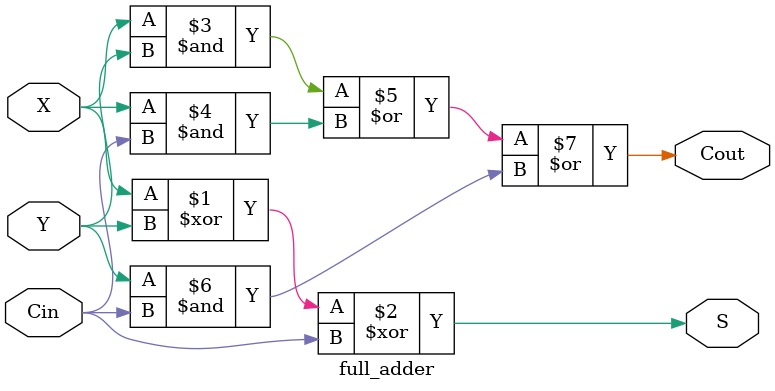
<source format=v>
module full_adder(X, Y, Cin, S, Cout);
	input Cin, X, Y;
	output Cout, S;
	assign S = X^Y^Cin;
	assign Cout = (X&Y)|(X&Cin)|(Y&Cin);
endmodule
	
</source>
